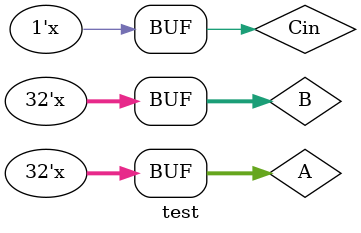
<source format=v>
`timescale 1ns / 1ps


module test;
    reg [31:0] A;
    reg [31:0] B;
    reg Cin;
    wire [32:0] Sum;
    wire Cout;
    main ag1(A,B,Cin,Sum,Cout);
    initial begin
    A=16;
    B=8;
    Cin=1;
    end
    
    always begin
    #5 A=A+5;
    #10 B=B+8;
    #4 Cin=~Cin;
    end
   
endmodule

</source>
